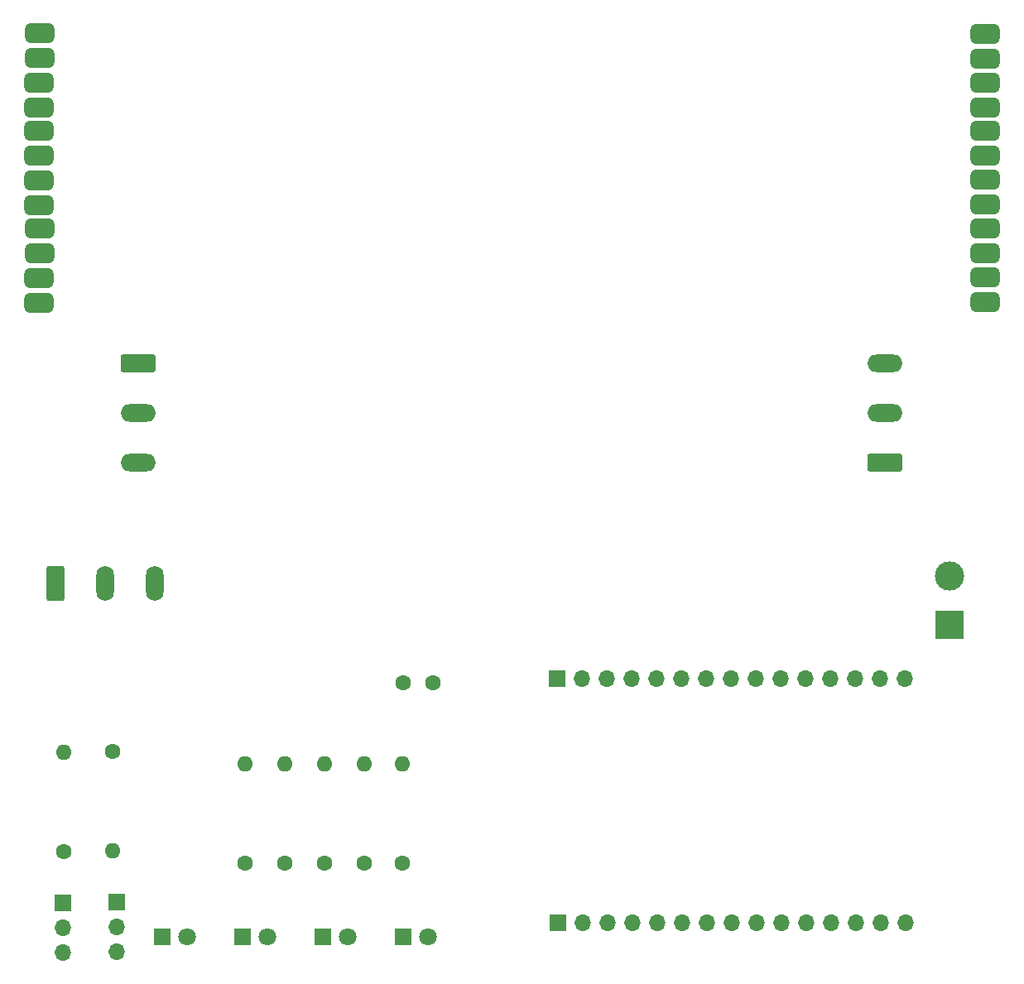
<source format=gbs>
G04 #@! TF.GenerationSoftware,KiCad,Pcbnew,8.0.6*
G04 #@! TF.CreationDate,2024-10-16T19:18:14+02:00*
G04 #@! TF.ProjectId,esp_music_vis,6573705f-6d75-4736-9963-5f7669732e6b,rev?*
G04 #@! TF.SameCoordinates,Original*
G04 #@! TF.FileFunction,Soldermask,Bot*
G04 #@! TF.FilePolarity,Negative*
%FSLAX46Y46*%
G04 Gerber Fmt 4.6, Leading zero omitted, Abs format (unit mm)*
G04 Created by KiCad (PCBNEW 8.0.6) date 2024-10-16 19:18:14*
%MOMM*%
%LPD*%
G01*
G04 APERTURE LIST*
G04 Aperture macros list*
%AMRoundRect*
0 Rectangle with rounded corners*
0 $1 Rounding radius*
0 $2 $3 $4 $5 $6 $7 $8 $9 X,Y pos of 4 corners*
0 Add a 4 corners polygon primitive as box body*
4,1,4,$2,$3,$4,$5,$6,$7,$8,$9,$2,$3,0*
0 Add four circle primitives for the rounded corners*
1,1,$1+$1,$2,$3*
1,1,$1+$1,$4,$5*
1,1,$1+$1,$6,$7*
1,1,$1+$1,$8,$9*
0 Add four rect primitives between the rounded corners*
20,1,$1+$1,$2,$3,$4,$5,0*
20,1,$1+$1,$4,$5,$6,$7,0*
20,1,$1+$1,$6,$7,$8,$9,0*
20,1,$1+$1,$8,$9,$2,$3,0*%
G04 Aperture macros list end*
%ADD10RoundRect,0.500000X-1.000000X0.500000X-1.000000X-0.500000X1.000000X-0.500000X1.000000X0.500000X0*%
%ADD11RoundRect,0.250000X-1.550000X0.650000X-1.550000X-0.650000X1.550000X-0.650000X1.550000X0.650000X0*%
%ADD12O,3.600000X1.800000*%
%ADD13R,1.700000X1.700000*%
%ADD14O,1.700000X1.700000*%
%ADD15C,1.600000*%
%ADD16O,1.600000X1.600000*%
%ADD17R,3.000000X3.000000*%
%ADD18C,3.000000*%
%ADD19R,1.800000X1.800000*%
%ADD20C,1.800000*%
%ADD21RoundRect,0.250000X1.550000X-0.650000X1.550000X0.650000X-1.550000X0.650000X-1.550000X-0.650000X0*%
%ADD22RoundRect,0.250000X-0.650000X-1.550000X0.650000X-1.550000X0.650000X1.550000X-0.650000X1.550000X0*%
%ADD23O,1.800000X3.600000*%
G04 APERTURE END LIST*
D10*
X148375000Y-58800000D03*
X148400000Y-53750000D03*
X148400000Y-51200000D03*
X148375000Y-56250000D03*
X51675000Y-58750000D03*
X51700000Y-53700000D03*
X51675000Y-56200000D03*
X51700000Y-51150000D03*
X51675000Y-61150000D03*
X148375000Y-68700000D03*
X148400000Y-63650000D03*
X148400000Y-61100000D03*
X148375000Y-66150000D03*
X51675000Y-63700000D03*
X51650000Y-68750000D03*
X51650000Y-66200000D03*
X148425000Y-73650000D03*
X148400000Y-78700000D03*
X148425000Y-71100000D03*
X148400000Y-76150000D03*
X51700000Y-71150000D03*
X51700000Y-73700000D03*
X51675000Y-76200000D03*
X51675000Y-78750000D03*
D11*
X61800000Y-84900000D03*
D12*
X61800000Y-89980000D03*
X61800000Y-95060000D03*
D13*
X54100000Y-140100000D03*
D14*
X54100000Y-142640000D03*
X54100000Y-145180000D03*
D15*
X84900000Y-136080000D03*
D16*
X84900000Y-125920000D03*
D15*
X54200000Y-134880000D03*
D16*
X54200000Y-124720000D03*
D15*
X59200000Y-124620000D03*
D16*
X59200000Y-134780000D03*
D17*
X144780000Y-111680000D03*
D18*
X144780000Y-106680000D03*
D19*
X88925000Y-143600000D03*
D20*
X91465000Y-143600000D03*
D15*
X88800000Y-136080000D03*
D16*
X88800000Y-125920000D03*
D19*
X72481666Y-143600000D03*
D20*
X75021666Y-143600000D03*
D13*
X59600000Y-140060000D03*
D14*
X59600000Y-142600000D03*
X59600000Y-145140000D03*
D15*
X72750000Y-136080000D03*
D16*
X72750000Y-125920000D03*
D15*
X91900000Y-117600000D03*
X88900000Y-117600000D03*
D12*
X138200000Y-84940000D03*
X138200000Y-90020000D03*
D21*
X138200000Y-95100000D03*
D22*
X53357500Y-107422500D03*
D23*
X58437500Y-107422500D03*
X63517500Y-107422500D03*
D19*
X80703332Y-143600000D03*
D20*
X83243332Y-143600000D03*
D15*
X80850000Y-136080000D03*
D16*
X80850000Y-125920000D03*
D19*
X64260000Y-143600000D03*
D20*
X66800000Y-143600000D03*
D15*
X76800000Y-136080000D03*
D16*
X76800000Y-125920000D03*
D14*
X140200000Y-117200000D03*
X137660000Y-117200000D03*
X135120000Y-117200000D03*
X132580000Y-117200000D03*
X130040000Y-117200000D03*
X127500000Y-117200000D03*
X124960000Y-117200000D03*
X122420000Y-117200000D03*
X119880000Y-117200000D03*
X117340000Y-117200000D03*
X114800000Y-117200000D03*
X112260000Y-117200000D03*
X109720000Y-117200000D03*
X107180000Y-117200000D03*
D13*
X104640000Y-117200000D03*
D14*
X140280000Y-142200000D03*
X137740000Y-142200000D03*
X135200000Y-142200000D03*
X132660000Y-142200000D03*
X130120000Y-142200000D03*
X127580000Y-142200000D03*
X125040000Y-142200000D03*
X122500000Y-142200000D03*
X119960000Y-142200000D03*
X117420000Y-142200000D03*
X114880000Y-142200000D03*
X112340000Y-142200000D03*
X109800000Y-142200000D03*
X107260000Y-142200000D03*
D13*
X104720000Y-142200000D03*
M02*

</source>
